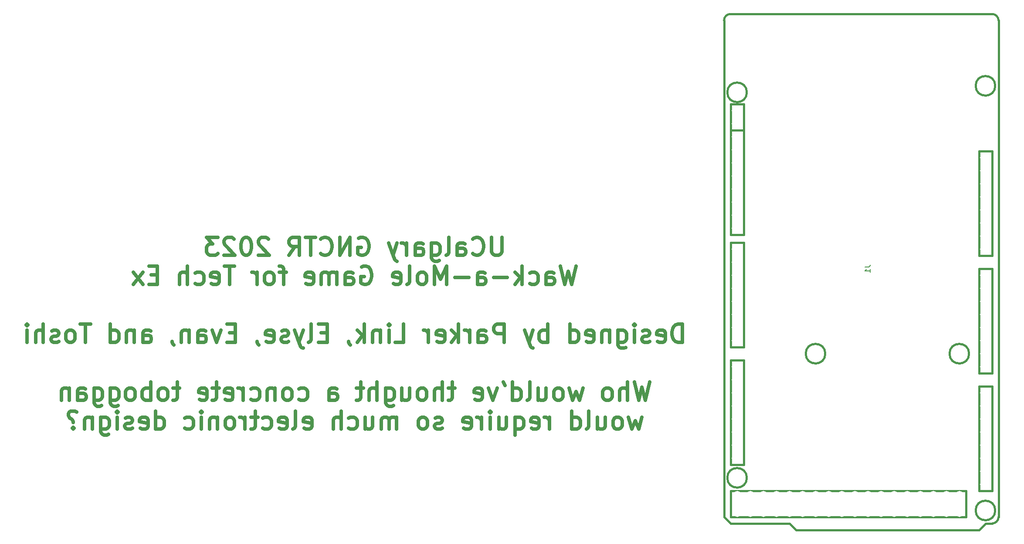
<source format=gbo>
%TF.GenerationSoftware,KiCad,Pcbnew,(6.0.9)*%
%TF.CreationDate,2022-11-08T23:38:06-07:00*%
%TF.ProjectId,gnctr-wack-a-mole-pcb,676e6374-722d-4776-9163-6b2d612d6d6f,rev?*%
%TF.SameCoordinates,Original*%
%TF.FileFunction,Legend,Bot*%
%TF.FilePolarity,Positive*%
%FSLAX46Y46*%
G04 Gerber Fmt 4.6, Leading zero omitted, Abs format (unit mm)*
G04 Created by KiCad (PCBNEW (6.0.9)) date 2022-11-08 23:38:06*
%MOMM*%
%LPD*%
G01*
G04 APERTURE LIST*
%ADD10C,0.700000*%
%ADD11C,0.203200*%
%ADD12C,0.381000*%
%ADD13O,2.197100X1.524000*%
%ADD14O,1.536700X1.998980*%
%ADD15O,1.539240X1.998980*%
%ADD16O,2.199640X1.524000*%
%ADD17C,3.197860*%
%ADD18C,2.000000*%
%ADD19R,3.000000X3.000000*%
%ADD20C,3.000000*%
%ADD21R,1.700000X1.700000*%
%ADD22O,1.700000X1.700000*%
%ADD23C,4.000000*%
%ADD24C,6.000000*%
%ADD25C,1.524000*%
G04 APERTURE END LIST*
D10*
X140978333Y-80873333D02*
X140978333Y-83706666D01*
X140811666Y-84040000D01*
X140645000Y-84206666D01*
X140311666Y-84373333D01*
X139645000Y-84373333D01*
X139311666Y-84206666D01*
X139145000Y-84040000D01*
X138978333Y-83706666D01*
X138978333Y-80873333D01*
X135311666Y-84040000D02*
X135478333Y-84206666D01*
X135978333Y-84373333D01*
X136311666Y-84373333D01*
X136811666Y-84206666D01*
X137145000Y-83873333D01*
X137311666Y-83540000D01*
X137478333Y-82873333D01*
X137478333Y-82373333D01*
X137311666Y-81706666D01*
X137145000Y-81373333D01*
X136811666Y-81040000D01*
X136311666Y-80873333D01*
X135978333Y-80873333D01*
X135478333Y-81040000D01*
X135311666Y-81206666D01*
X132311666Y-84373333D02*
X132311666Y-82540000D01*
X132478333Y-82206666D01*
X132811666Y-82040000D01*
X133478333Y-82040000D01*
X133811666Y-82206666D01*
X132311666Y-84206666D02*
X132645000Y-84373333D01*
X133478333Y-84373333D01*
X133811666Y-84206666D01*
X133978333Y-83873333D01*
X133978333Y-83540000D01*
X133811666Y-83206666D01*
X133478333Y-83040000D01*
X132645000Y-83040000D01*
X132311666Y-82873333D01*
X130145000Y-84373333D02*
X130478333Y-84206666D01*
X130645000Y-83873333D01*
X130645000Y-80873333D01*
X127311666Y-82040000D02*
X127311666Y-84873333D01*
X127478333Y-85206666D01*
X127645000Y-85373333D01*
X127978333Y-85540000D01*
X128478333Y-85540000D01*
X128811666Y-85373333D01*
X127311666Y-84206666D02*
X127645000Y-84373333D01*
X128311666Y-84373333D01*
X128645000Y-84206666D01*
X128811666Y-84040000D01*
X128978333Y-83706666D01*
X128978333Y-82706666D01*
X128811666Y-82373333D01*
X128645000Y-82206666D01*
X128311666Y-82040000D01*
X127645000Y-82040000D01*
X127311666Y-82206666D01*
X124145000Y-84373333D02*
X124145000Y-82540000D01*
X124311666Y-82206666D01*
X124645000Y-82040000D01*
X125311666Y-82040000D01*
X125645000Y-82206666D01*
X124145000Y-84206666D02*
X124478333Y-84373333D01*
X125311666Y-84373333D01*
X125645000Y-84206666D01*
X125811666Y-83873333D01*
X125811666Y-83540000D01*
X125645000Y-83206666D01*
X125311666Y-83040000D01*
X124478333Y-83040000D01*
X124145000Y-82873333D01*
X122478333Y-84373333D02*
X122478333Y-82040000D01*
X122478333Y-82706666D02*
X122311666Y-82373333D01*
X122145000Y-82206666D01*
X121811666Y-82040000D01*
X121478333Y-82040000D01*
X120645000Y-82040000D02*
X119811666Y-84373333D01*
X118978333Y-82040000D02*
X119811666Y-84373333D01*
X120145000Y-85206666D01*
X120311666Y-85373333D01*
X120645000Y-85540000D01*
X113145000Y-81040000D02*
X113478333Y-80873333D01*
X113978333Y-80873333D01*
X114478333Y-81040000D01*
X114811666Y-81373333D01*
X114978333Y-81706666D01*
X115145000Y-82373333D01*
X115145000Y-82873333D01*
X114978333Y-83540000D01*
X114811666Y-83873333D01*
X114478333Y-84206666D01*
X113978333Y-84373333D01*
X113645000Y-84373333D01*
X113145000Y-84206666D01*
X112978333Y-84040000D01*
X112978333Y-82873333D01*
X113645000Y-82873333D01*
X111478333Y-84373333D02*
X111478333Y-80873333D01*
X109478333Y-84373333D01*
X109478333Y-80873333D01*
X105811666Y-84040000D02*
X105978333Y-84206666D01*
X106478333Y-84373333D01*
X106811666Y-84373333D01*
X107311666Y-84206666D01*
X107645000Y-83873333D01*
X107811666Y-83540000D01*
X107978333Y-82873333D01*
X107978333Y-82373333D01*
X107811666Y-81706666D01*
X107645000Y-81373333D01*
X107311666Y-81040000D01*
X106811666Y-80873333D01*
X106478333Y-80873333D01*
X105978333Y-81040000D01*
X105811666Y-81206666D01*
X104811666Y-80873333D02*
X102811666Y-80873333D01*
X103811666Y-84373333D02*
X103811666Y-80873333D01*
X99645000Y-84373333D02*
X100811666Y-82706666D01*
X101645000Y-84373333D02*
X101645000Y-80873333D01*
X100311666Y-80873333D01*
X99978333Y-81040000D01*
X99811666Y-81206666D01*
X99645000Y-81540000D01*
X99645000Y-82040000D01*
X99811666Y-82373333D01*
X99978333Y-82540000D01*
X100311666Y-82706666D01*
X101645000Y-82706666D01*
X95645000Y-81206666D02*
X95478333Y-81040000D01*
X95145000Y-80873333D01*
X94311666Y-80873333D01*
X93978333Y-81040000D01*
X93811666Y-81206666D01*
X93645000Y-81540000D01*
X93645000Y-81873333D01*
X93811666Y-82373333D01*
X95811666Y-84373333D01*
X93645000Y-84373333D01*
X91478333Y-80873333D02*
X91145000Y-80873333D01*
X90811666Y-81040000D01*
X90645000Y-81206666D01*
X90478333Y-81540000D01*
X90311666Y-82206666D01*
X90311666Y-83040000D01*
X90478333Y-83706666D01*
X90645000Y-84040000D01*
X90811666Y-84206666D01*
X91145000Y-84373333D01*
X91478333Y-84373333D01*
X91811666Y-84206666D01*
X91978333Y-84040000D01*
X92145000Y-83706666D01*
X92311666Y-83040000D01*
X92311666Y-82206666D01*
X92145000Y-81540000D01*
X91978333Y-81206666D01*
X91811666Y-81040000D01*
X91478333Y-80873333D01*
X88978333Y-81206666D02*
X88811666Y-81040000D01*
X88478333Y-80873333D01*
X87645000Y-80873333D01*
X87311666Y-81040000D01*
X87145000Y-81206666D01*
X86978333Y-81540000D01*
X86978333Y-81873333D01*
X87145000Y-82373333D01*
X89145000Y-84373333D01*
X86978333Y-84373333D01*
X85811666Y-80873333D02*
X83645000Y-80873333D01*
X84811666Y-82206666D01*
X84311666Y-82206666D01*
X83978333Y-82373333D01*
X83811666Y-82540000D01*
X83645000Y-82873333D01*
X83645000Y-83706666D01*
X83811666Y-84040000D01*
X83978333Y-84206666D01*
X84311666Y-84373333D01*
X85311666Y-84373333D01*
X85645000Y-84206666D01*
X85811666Y-84040000D01*
X155395000Y-86508333D02*
X154561666Y-90008333D01*
X153895000Y-87508333D01*
X153228333Y-90008333D01*
X152395000Y-86508333D01*
X149561666Y-90008333D02*
X149561666Y-88175000D01*
X149728333Y-87841666D01*
X150061666Y-87675000D01*
X150728333Y-87675000D01*
X151061666Y-87841666D01*
X149561666Y-89841666D02*
X149895000Y-90008333D01*
X150728333Y-90008333D01*
X151061666Y-89841666D01*
X151228333Y-89508333D01*
X151228333Y-89175000D01*
X151061666Y-88841666D01*
X150728333Y-88675000D01*
X149895000Y-88675000D01*
X149561666Y-88508333D01*
X146395000Y-89841666D02*
X146728333Y-90008333D01*
X147395000Y-90008333D01*
X147728333Y-89841666D01*
X147895000Y-89675000D01*
X148061666Y-89341666D01*
X148061666Y-88341666D01*
X147895000Y-88008333D01*
X147728333Y-87841666D01*
X147395000Y-87675000D01*
X146728333Y-87675000D01*
X146395000Y-87841666D01*
X144895000Y-90008333D02*
X144895000Y-86508333D01*
X144561666Y-88675000D02*
X143561666Y-90008333D01*
X143561666Y-87675000D02*
X144895000Y-89008333D01*
X142061666Y-88675000D02*
X139395000Y-88675000D01*
X136228333Y-90008333D02*
X136228333Y-88175000D01*
X136395000Y-87841666D01*
X136728333Y-87675000D01*
X137395000Y-87675000D01*
X137728333Y-87841666D01*
X136228333Y-89841666D02*
X136561666Y-90008333D01*
X137395000Y-90008333D01*
X137728333Y-89841666D01*
X137895000Y-89508333D01*
X137895000Y-89175000D01*
X137728333Y-88841666D01*
X137395000Y-88675000D01*
X136561666Y-88675000D01*
X136228333Y-88508333D01*
X134561666Y-88675000D02*
X131895000Y-88675000D01*
X130228333Y-90008333D02*
X130228333Y-86508333D01*
X129061666Y-89008333D01*
X127895000Y-86508333D01*
X127895000Y-90008333D01*
X125728333Y-90008333D02*
X126061666Y-89841666D01*
X126228333Y-89675000D01*
X126395000Y-89341666D01*
X126395000Y-88341666D01*
X126228333Y-88008333D01*
X126061666Y-87841666D01*
X125728333Y-87675000D01*
X125228333Y-87675000D01*
X124895000Y-87841666D01*
X124728333Y-88008333D01*
X124561666Y-88341666D01*
X124561666Y-89341666D01*
X124728333Y-89675000D01*
X124895000Y-89841666D01*
X125228333Y-90008333D01*
X125728333Y-90008333D01*
X122561666Y-90008333D02*
X122895000Y-89841666D01*
X123061666Y-89508333D01*
X123061666Y-86508333D01*
X119895000Y-89841666D02*
X120228333Y-90008333D01*
X120895000Y-90008333D01*
X121228333Y-89841666D01*
X121395000Y-89508333D01*
X121395000Y-88175000D01*
X121228333Y-87841666D01*
X120895000Y-87675000D01*
X120228333Y-87675000D01*
X119895000Y-87841666D01*
X119728333Y-88175000D01*
X119728333Y-88508333D01*
X121395000Y-88841666D01*
X113728333Y-86675000D02*
X114061666Y-86508333D01*
X114561666Y-86508333D01*
X115061666Y-86675000D01*
X115395000Y-87008333D01*
X115561666Y-87341666D01*
X115728333Y-88008333D01*
X115728333Y-88508333D01*
X115561666Y-89175000D01*
X115395000Y-89508333D01*
X115061666Y-89841666D01*
X114561666Y-90008333D01*
X114228333Y-90008333D01*
X113728333Y-89841666D01*
X113561666Y-89675000D01*
X113561666Y-88508333D01*
X114228333Y-88508333D01*
X110561666Y-90008333D02*
X110561666Y-88175000D01*
X110728333Y-87841666D01*
X111061666Y-87675000D01*
X111728333Y-87675000D01*
X112061666Y-87841666D01*
X110561666Y-89841666D02*
X110895000Y-90008333D01*
X111728333Y-90008333D01*
X112061666Y-89841666D01*
X112228333Y-89508333D01*
X112228333Y-89175000D01*
X112061666Y-88841666D01*
X111728333Y-88675000D01*
X110895000Y-88675000D01*
X110561666Y-88508333D01*
X108895000Y-90008333D02*
X108895000Y-87675000D01*
X108895000Y-88008333D02*
X108728333Y-87841666D01*
X108395000Y-87675000D01*
X107895000Y-87675000D01*
X107561666Y-87841666D01*
X107395000Y-88175000D01*
X107395000Y-90008333D01*
X107395000Y-88175000D02*
X107228333Y-87841666D01*
X106895000Y-87675000D01*
X106395000Y-87675000D01*
X106061666Y-87841666D01*
X105895000Y-88175000D01*
X105895000Y-90008333D01*
X102895000Y-89841666D02*
X103228333Y-90008333D01*
X103895000Y-90008333D01*
X104228333Y-89841666D01*
X104395000Y-89508333D01*
X104395000Y-88175000D01*
X104228333Y-87841666D01*
X103895000Y-87675000D01*
X103228333Y-87675000D01*
X102895000Y-87841666D01*
X102728333Y-88175000D01*
X102728333Y-88508333D01*
X104395000Y-88841666D01*
X99061666Y-87675000D02*
X97728333Y-87675000D01*
X98561666Y-90008333D02*
X98561666Y-87008333D01*
X98395000Y-86675000D01*
X98061666Y-86508333D01*
X97728333Y-86508333D01*
X96061666Y-90008333D02*
X96395000Y-89841666D01*
X96561666Y-89675000D01*
X96728333Y-89341666D01*
X96728333Y-88341666D01*
X96561666Y-88008333D01*
X96395000Y-87841666D01*
X96061666Y-87675000D01*
X95561666Y-87675000D01*
X95228333Y-87841666D01*
X95061666Y-88008333D01*
X94895000Y-88341666D01*
X94895000Y-89341666D01*
X95061666Y-89675000D01*
X95228333Y-89841666D01*
X95561666Y-90008333D01*
X96061666Y-90008333D01*
X93395000Y-90008333D02*
X93395000Y-87675000D01*
X93395000Y-88341666D02*
X93228333Y-88008333D01*
X93061666Y-87841666D01*
X92728333Y-87675000D01*
X92395000Y-87675000D01*
X89061666Y-86508333D02*
X87061666Y-86508333D01*
X88061666Y-90008333D02*
X88061666Y-86508333D01*
X84561666Y-89841666D02*
X84895000Y-90008333D01*
X85561666Y-90008333D01*
X85895000Y-89841666D01*
X86061666Y-89508333D01*
X86061666Y-88175000D01*
X85895000Y-87841666D01*
X85561666Y-87675000D01*
X84895000Y-87675000D01*
X84561666Y-87841666D01*
X84395000Y-88175000D01*
X84395000Y-88508333D01*
X86061666Y-88841666D01*
X81395000Y-89841666D02*
X81728333Y-90008333D01*
X82395000Y-90008333D01*
X82728333Y-89841666D01*
X82895000Y-89675000D01*
X83061666Y-89341666D01*
X83061666Y-88341666D01*
X82895000Y-88008333D01*
X82728333Y-87841666D01*
X82395000Y-87675000D01*
X81728333Y-87675000D01*
X81395000Y-87841666D01*
X79895000Y-90008333D02*
X79895000Y-86508333D01*
X78395000Y-90008333D02*
X78395000Y-88175000D01*
X78561666Y-87841666D01*
X78895000Y-87675000D01*
X79395000Y-87675000D01*
X79728333Y-87841666D01*
X79895000Y-88008333D01*
X74061666Y-88175000D02*
X72895000Y-88175000D01*
X72395000Y-90008333D02*
X74061666Y-90008333D01*
X74061666Y-86508333D01*
X72395000Y-86508333D01*
X71228333Y-90008333D02*
X69395000Y-87675000D01*
X71228333Y-87675000D02*
X69395000Y-90008333D01*
X176061666Y-101278333D02*
X176061666Y-97778333D01*
X175228333Y-97778333D01*
X174728333Y-97945000D01*
X174395000Y-98278333D01*
X174228333Y-98611666D01*
X174061666Y-99278333D01*
X174061666Y-99778333D01*
X174228333Y-100445000D01*
X174395000Y-100778333D01*
X174728333Y-101111666D01*
X175228333Y-101278333D01*
X176061666Y-101278333D01*
X171228333Y-101111666D02*
X171561666Y-101278333D01*
X172228333Y-101278333D01*
X172561666Y-101111666D01*
X172728333Y-100778333D01*
X172728333Y-99445000D01*
X172561666Y-99111666D01*
X172228333Y-98945000D01*
X171561666Y-98945000D01*
X171228333Y-99111666D01*
X171061666Y-99445000D01*
X171061666Y-99778333D01*
X172728333Y-100111666D01*
X169728333Y-101111666D02*
X169395000Y-101278333D01*
X168728333Y-101278333D01*
X168395000Y-101111666D01*
X168228333Y-100778333D01*
X168228333Y-100611666D01*
X168395000Y-100278333D01*
X168728333Y-100111666D01*
X169228333Y-100111666D01*
X169561666Y-99945000D01*
X169728333Y-99611666D01*
X169728333Y-99445000D01*
X169561666Y-99111666D01*
X169228333Y-98945000D01*
X168728333Y-98945000D01*
X168395000Y-99111666D01*
X166728333Y-101278333D02*
X166728333Y-98945000D01*
X166728333Y-97778333D02*
X166895000Y-97945000D01*
X166728333Y-98111666D01*
X166561666Y-97945000D01*
X166728333Y-97778333D01*
X166728333Y-98111666D01*
X163561666Y-98945000D02*
X163561666Y-101778333D01*
X163728333Y-102111666D01*
X163895000Y-102278333D01*
X164228333Y-102445000D01*
X164728333Y-102445000D01*
X165061666Y-102278333D01*
X163561666Y-101111666D02*
X163895000Y-101278333D01*
X164561666Y-101278333D01*
X164895000Y-101111666D01*
X165061666Y-100945000D01*
X165228333Y-100611666D01*
X165228333Y-99611666D01*
X165061666Y-99278333D01*
X164895000Y-99111666D01*
X164561666Y-98945000D01*
X163895000Y-98945000D01*
X163561666Y-99111666D01*
X161895000Y-98945000D02*
X161895000Y-101278333D01*
X161895000Y-99278333D02*
X161728333Y-99111666D01*
X161395000Y-98945000D01*
X160895000Y-98945000D01*
X160561666Y-99111666D01*
X160395000Y-99445000D01*
X160395000Y-101278333D01*
X157394999Y-101111666D02*
X157728333Y-101278333D01*
X158394999Y-101278333D01*
X158728333Y-101111666D01*
X158894999Y-100778333D01*
X158894999Y-99445000D01*
X158728333Y-99111666D01*
X158394999Y-98945000D01*
X157728333Y-98945000D01*
X157394999Y-99111666D01*
X157228333Y-99445000D01*
X157228333Y-99778333D01*
X158894999Y-100111666D01*
X154228333Y-101278333D02*
X154228333Y-97778333D01*
X154228333Y-101111666D02*
X154561666Y-101278333D01*
X155228333Y-101278333D01*
X155561666Y-101111666D01*
X155728333Y-100945000D01*
X155894999Y-100611666D01*
X155894999Y-99611666D01*
X155728333Y-99278333D01*
X155561666Y-99111666D01*
X155228333Y-98945000D01*
X154561666Y-98945000D01*
X154228333Y-99111666D01*
X149894999Y-101278333D02*
X149894999Y-97778333D01*
X149894999Y-99111666D02*
X149561666Y-98945000D01*
X148894999Y-98945000D01*
X148561666Y-99111666D01*
X148394999Y-99278333D01*
X148228333Y-99611666D01*
X148228333Y-100611666D01*
X148394999Y-100945000D01*
X148561666Y-101111666D01*
X148894999Y-101278333D01*
X149561666Y-101278333D01*
X149894999Y-101111666D01*
X147061666Y-98945000D02*
X146228333Y-101278333D01*
X145394999Y-98945000D02*
X146228333Y-101278333D01*
X146561666Y-102111666D01*
X146728333Y-102278333D01*
X147061666Y-102445000D01*
X141394999Y-101278333D02*
X141394999Y-97778333D01*
X140061666Y-97778333D01*
X139728333Y-97945000D01*
X139561666Y-98111666D01*
X139394999Y-98445000D01*
X139394999Y-98945000D01*
X139561666Y-99278333D01*
X139728333Y-99445000D01*
X140061666Y-99611666D01*
X141394999Y-99611666D01*
X136394999Y-101278333D02*
X136394999Y-99445000D01*
X136561666Y-99111666D01*
X136894999Y-98945000D01*
X137561666Y-98945000D01*
X137894999Y-99111666D01*
X136394999Y-101111666D02*
X136728333Y-101278333D01*
X137561666Y-101278333D01*
X137894999Y-101111666D01*
X138061666Y-100778333D01*
X138061666Y-100445000D01*
X137894999Y-100111666D01*
X137561666Y-99945000D01*
X136728333Y-99945000D01*
X136394999Y-99778333D01*
X134728333Y-101278333D02*
X134728333Y-98945000D01*
X134728333Y-99611666D02*
X134561666Y-99278333D01*
X134394999Y-99111666D01*
X134061666Y-98945000D01*
X133728333Y-98945000D01*
X132561666Y-101278333D02*
X132561666Y-97778333D01*
X132228333Y-99945000D02*
X131228333Y-101278333D01*
X131228333Y-98945000D02*
X132561666Y-100278333D01*
X128394999Y-101111666D02*
X128728333Y-101278333D01*
X129394999Y-101278333D01*
X129728333Y-101111666D01*
X129894999Y-100778333D01*
X129894999Y-99445000D01*
X129728333Y-99111666D01*
X129394999Y-98945000D01*
X128728333Y-98945000D01*
X128394999Y-99111666D01*
X128228333Y-99445000D01*
X128228333Y-99778333D01*
X129894999Y-100111666D01*
X126728333Y-101278333D02*
X126728333Y-98945000D01*
X126728333Y-99611666D02*
X126561666Y-99278333D01*
X126394999Y-99111666D01*
X126061666Y-98945000D01*
X125728333Y-98945000D01*
X120228333Y-101278333D02*
X121894999Y-101278333D01*
X121894999Y-97778333D01*
X119061666Y-101278333D02*
X119061666Y-98945000D01*
X119061666Y-97778333D02*
X119228333Y-97945000D01*
X119061666Y-98111666D01*
X118894999Y-97945000D01*
X119061666Y-97778333D01*
X119061666Y-98111666D01*
X117394999Y-98945000D02*
X117394999Y-101278333D01*
X117394999Y-99278333D02*
X117228333Y-99111666D01*
X116894999Y-98945000D01*
X116394999Y-98945000D01*
X116061666Y-99111666D01*
X115894999Y-99445000D01*
X115894999Y-101278333D01*
X114228333Y-101278333D02*
X114228333Y-97778333D01*
X113894999Y-99945000D02*
X112894999Y-101278333D01*
X112894999Y-98945000D02*
X114228333Y-100278333D01*
X111228333Y-101111666D02*
X111228333Y-101278333D01*
X111394999Y-101611666D01*
X111561666Y-101778333D01*
X107061666Y-99445000D02*
X105894999Y-99445000D01*
X105394999Y-101278333D02*
X107061666Y-101278333D01*
X107061666Y-97778333D01*
X105394999Y-97778333D01*
X103394999Y-101278333D02*
X103728333Y-101111666D01*
X103894999Y-100778333D01*
X103894999Y-97778333D01*
X102394999Y-98945000D02*
X101561666Y-101278333D01*
X100728333Y-98945000D02*
X101561666Y-101278333D01*
X101894999Y-102111666D01*
X102061666Y-102278333D01*
X102394999Y-102445000D01*
X99561666Y-101111666D02*
X99228333Y-101278333D01*
X98561666Y-101278333D01*
X98228333Y-101111666D01*
X98061666Y-100778333D01*
X98061666Y-100611666D01*
X98228333Y-100278333D01*
X98561666Y-100111666D01*
X99061666Y-100111666D01*
X99394999Y-99945000D01*
X99561666Y-99611666D01*
X99561666Y-99445000D01*
X99394999Y-99111666D01*
X99061666Y-98945000D01*
X98561666Y-98945000D01*
X98228333Y-99111666D01*
X95228333Y-101111666D02*
X95561666Y-101278333D01*
X96228333Y-101278333D01*
X96561666Y-101111666D01*
X96728333Y-100778333D01*
X96728333Y-99445000D01*
X96561666Y-99111666D01*
X96228333Y-98945000D01*
X95561666Y-98945000D01*
X95228333Y-99111666D01*
X95061666Y-99445000D01*
X95061666Y-99778333D01*
X96728333Y-100111666D01*
X93394999Y-101111666D02*
X93394999Y-101278333D01*
X93561666Y-101611666D01*
X93728333Y-101778333D01*
X89228333Y-99445000D02*
X88061666Y-99445000D01*
X87561666Y-101278333D02*
X89228333Y-101278333D01*
X89228333Y-97778333D01*
X87561666Y-97778333D01*
X86394999Y-98945000D02*
X85561666Y-101278333D01*
X84728333Y-98945000D01*
X81894999Y-101278333D02*
X81894999Y-99445000D01*
X82061666Y-99111666D01*
X82394999Y-98945000D01*
X83061666Y-98945000D01*
X83394999Y-99111666D01*
X81894999Y-101111666D02*
X82228333Y-101278333D01*
X83061666Y-101278333D01*
X83394999Y-101111666D01*
X83561666Y-100778333D01*
X83561666Y-100445000D01*
X83394999Y-100111666D01*
X83061666Y-99945000D01*
X82228333Y-99945000D01*
X81894999Y-99778333D01*
X80228333Y-98945000D02*
X80228333Y-101278333D01*
X80228333Y-99278333D02*
X80061666Y-99111666D01*
X79728333Y-98945000D01*
X79228333Y-98945000D01*
X78894999Y-99111666D01*
X78728333Y-99445000D01*
X78728333Y-101278333D01*
X76894999Y-101111666D02*
X76894999Y-101278333D01*
X77061666Y-101611666D01*
X77228333Y-101778333D01*
X71228333Y-101278333D02*
X71228333Y-99445000D01*
X71394999Y-99111666D01*
X71728333Y-98945000D01*
X72394999Y-98945000D01*
X72728333Y-99111666D01*
X71228333Y-101111666D02*
X71561666Y-101278333D01*
X72394999Y-101278333D01*
X72728333Y-101111666D01*
X72894999Y-100778333D01*
X72894999Y-100445000D01*
X72728333Y-100111666D01*
X72394999Y-99945000D01*
X71561666Y-99945000D01*
X71228333Y-99778333D01*
X69561666Y-98945000D02*
X69561666Y-101278333D01*
X69561666Y-99278333D02*
X69394999Y-99111666D01*
X69061666Y-98945000D01*
X68561666Y-98945000D01*
X68228333Y-99111666D01*
X68061666Y-99445000D01*
X68061666Y-101278333D01*
X64894999Y-101278333D02*
X64894999Y-97778333D01*
X64894999Y-101111666D02*
X65228333Y-101278333D01*
X65894999Y-101278333D01*
X66228333Y-101111666D01*
X66394999Y-100945000D01*
X66561666Y-100611666D01*
X66561666Y-99611666D01*
X66394999Y-99278333D01*
X66228333Y-99111666D01*
X65894999Y-98945000D01*
X65228333Y-98945000D01*
X64894999Y-99111666D01*
X61061666Y-97778333D02*
X59061666Y-97778333D01*
X60061666Y-101278333D02*
X60061666Y-97778333D01*
X57394999Y-101278333D02*
X57728333Y-101111666D01*
X57894999Y-100945000D01*
X58061666Y-100611666D01*
X58061666Y-99611666D01*
X57894999Y-99278333D01*
X57728333Y-99111666D01*
X57394999Y-98945000D01*
X56894999Y-98945000D01*
X56561666Y-99111666D01*
X56394999Y-99278333D01*
X56228333Y-99611666D01*
X56228333Y-100611666D01*
X56394999Y-100945000D01*
X56561666Y-101111666D01*
X56894999Y-101278333D01*
X57394999Y-101278333D01*
X54894999Y-101111666D02*
X54561666Y-101278333D01*
X53894999Y-101278333D01*
X53561666Y-101111666D01*
X53394999Y-100778333D01*
X53394999Y-100611666D01*
X53561666Y-100278333D01*
X53894999Y-100111666D01*
X54394999Y-100111666D01*
X54728333Y-99945000D01*
X54894999Y-99611666D01*
X54894999Y-99445000D01*
X54728333Y-99111666D01*
X54394999Y-98945000D01*
X53894999Y-98945000D01*
X53561666Y-99111666D01*
X51894999Y-101278333D02*
X51894999Y-97778333D01*
X50394999Y-101278333D02*
X50394999Y-99445000D01*
X50561666Y-99111666D01*
X50894999Y-98945000D01*
X51394999Y-98945000D01*
X51728333Y-99111666D01*
X51894999Y-99278333D01*
X48728333Y-101278333D02*
X48728333Y-98945000D01*
X48728333Y-97778333D02*
X48894999Y-97945000D01*
X48728333Y-98111666D01*
X48561666Y-97945000D01*
X48728333Y-97778333D01*
X48728333Y-98111666D01*
X169728333Y-109048333D02*
X168895000Y-112548333D01*
X168228333Y-110048333D01*
X167561666Y-112548333D01*
X166728333Y-109048333D01*
X165395000Y-112548333D02*
X165395000Y-109048333D01*
X163895000Y-112548333D02*
X163895000Y-110715000D01*
X164061666Y-110381666D01*
X164395000Y-110215000D01*
X164895000Y-110215000D01*
X165228333Y-110381666D01*
X165395000Y-110548333D01*
X161728333Y-112548333D02*
X162061666Y-112381666D01*
X162228333Y-112215000D01*
X162395000Y-111881666D01*
X162395000Y-110881666D01*
X162228333Y-110548333D01*
X162061666Y-110381666D01*
X161728333Y-110215000D01*
X161228333Y-110215000D01*
X160895000Y-110381666D01*
X160728333Y-110548333D01*
X160561666Y-110881666D01*
X160561666Y-111881666D01*
X160728333Y-112215000D01*
X160895000Y-112381666D01*
X161228333Y-112548333D01*
X161728333Y-112548333D01*
X156728333Y-110215000D02*
X156061666Y-112548333D01*
X155395000Y-110881666D01*
X154728333Y-112548333D01*
X154061666Y-110215000D01*
X152228333Y-112548333D02*
X152561666Y-112381666D01*
X152728333Y-112215000D01*
X152895000Y-111881666D01*
X152895000Y-110881666D01*
X152728333Y-110548333D01*
X152561666Y-110381666D01*
X152228333Y-110215000D01*
X151728333Y-110215000D01*
X151395000Y-110381666D01*
X151228333Y-110548333D01*
X151061666Y-110881666D01*
X151061666Y-111881666D01*
X151228333Y-112215000D01*
X151395000Y-112381666D01*
X151728333Y-112548333D01*
X152228333Y-112548333D01*
X148061666Y-110215000D02*
X148061666Y-112548333D01*
X149561666Y-110215000D02*
X149561666Y-112048333D01*
X149395000Y-112381666D01*
X149061666Y-112548333D01*
X148561666Y-112548333D01*
X148228333Y-112381666D01*
X148061666Y-112215000D01*
X145895000Y-112548333D02*
X146228333Y-112381666D01*
X146395000Y-112048333D01*
X146395000Y-109048333D01*
X143061666Y-112548333D02*
X143061666Y-109048333D01*
X143061666Y-112381666D02*
X143395000Y-112548333D01*
X144061666Y-112548333D01*
X144395000Y-112381666D01*
X144561666Y-112215000D01*
X144728333Y-111881666D01*
X144728333Y-110881666D01*
X144561666Y-110548333D01*
X144395000Y-110381666D01*
X144061666Y-110215000D01*
X143395000Y-110215000D01*
X143061666Y-110381666D01*
X141228333Y-109048333D02*
X141561666Y-109715000D01*
X140061666Y-110215000D02*
X139228333Y-112548333D01*
X138394999Y-110215000D01*
X135728333Y-112381666D02*
X136061666Y-112548333D01*
X136728333Y-112548333D01*
X137061666Y-112381666D01*
X137228333Y-112048333D01*
X137228333Y-110715000D01*
X137061666Y-110381666D01*
X136728333Y-110215000D01*
X136061666Y-110215000D01*
X135728333Y-110381666D01*
X135561666Y-110715000D01*
X135561666Y-111048333D01*
X137228333Y-111381666D01*
X131894999Y-110215000D02*
X130561666Y-110215000D01*
X131394999Y-109048333D02*
X131394999Y-112048333D01*
X131228333Y-112381666D01*
X130894999Y-112548333D01*
X130561666Y-112548333D01*
X129394999Y-112548333D02*
X129394999Y-109048333D01*
X127894999Y-112548333D02*
X127894999Y-110715000D01*
X128061666Y-110381666D01*
X128394999Y-110215000D01*
X128894999Y-110215000D01*
X129228333Y-110381666D01*
X129394999Y-110548333D01*
X125728333Y-112548333D02*
X126061666Y-112381666D01*
X126228333Y-112215000D01*
X126394999Y-111881666D01*
X126394999Y-110881666D01*
X126228333Y-110548333D01*
X126061666Y-110381666D01*
X125728333Y-110215000D01*
X125228333Y-110215000D01*
X124894999Y-110381666D01*
X124728333Y-110548333D01*
X124561666Y-110881666D01*
X124561666Y-111881666D01*
X124728333Y-112215000D01*
X124894999Y-112381666D01*
X125228333Y-112548333D01*
X125728333Y-112548333D01*
X121561666Y-110215000D02*
X121561666Y-112548333D01*
X123061666Y-110215000D02*
X123061666Y-112048333D01*
X122894999Y-112381666D01*
X122561666Y-112548333D01*
X122061666Y-112548333D01*
X121728333Y-112381666D01*
X121561666Y-112215000D01*
X118394999Y-110215000D02*
X118394999Y-113048333D01*
X118561666Y-113381666D01*
X118728333Y-113548333D01*
X119061666Y-113715000D01*
X119561666Y-113715000D01*
X119894999Y-113548333D01*
X118394999Y-112381666D02*
X118728333Y-112548333D01*
X119394999Y-112548333D01*
X119728333Y-112381666D01*
X119894999Y-112215000D01*
X120061666Y-111881666D01*
X120061666Y-110881666D01*
X119894999Y-110548333D01*
X119728333Y-110381666D01*
X119394999Y-110215000D01*
X118728333Y-110215000D01*
X118394999Y-110381666D01*
X116728333Y-112548333D02*
X116728333Y-109048333D01*
X115228333Y-112548333D02*
X115228333Y-110715000D01*
X115394999Y-110381666D01*
X115728333Y-110215000D01*
X116228333Y-110215000D01*
X116561666Y-110381666D01*
X116728333Y-110548333D01*
X114061666Y-110215000D02*
X112728333Y-110215000D01*
X113561666Y-109048333D02*
X113561666Y-112048333D01*
X113394999Y-112381666D01*
X113061666Y-112548333D01*
X112728333Y-112548333D01*
X107394999Y-112548333D02*
X107394999Y-110715000D01*
X107561666Y-110381666D01*
X107894999Y-110215000D01*
X108561666Y-110215000D01*
X108894999Y-110381666D01*
X107394999Y-112381666D02*
X107728333Y-112548333D01*
X108561666Y-112548333D01*
X108894999Y-112381666D01*
X109061666Y-112048333D01*
X109061666Y-111715000D01*
X108894999Y-111381666D01*
X108561666Y-111215000D01*
X107728333Y-111215000D01*
X107394999Y-111048333D01*
X101561666Y-112381666D02*
X101894999Y-112548333D01*
X102561666Y-112548333D01*
X102894999Y-112381666D01*
X103061666Y-112215000D01*
X103228333Y-111881666D01*
X103228333Y-110881666D01*
X103061666Y-110548333D01*
X102894999Y-110381666D01*
X102561666Y-110215000D01*
X101894999Y-110215000D01*
X101561666Y-110381666D01*
X99561666Y-112548333D02*
X99894999Y-112381666D01*
X100061666Y-112215000D01*
X100228333Y-111881666D01*
X100228333Y-110881666D01*
X100061666Y-110548333D01*
X99894999Y-110381666D01*
X99561666Y-110215000D01*
X99061666Y-110215000D01*
X98728333Y-110381666D01*
X98561666Y-110548333D01*
X98394999Y-110881666D01*
X98394999Y-111881666D01*
X98561666Y-112215000D01*
X98728333Y-112381666D01*
X99061666Y-112548333D01*
X99561666Y-112548333D01*
X96894999Y-110215000D02*
X96894999Y-112548333D01*
X96894999Y-110548333D02*
X96728333Y-110381666D01*
X96394999Y-110215000D01*
X95894999Y-110215000D01*
X95561666Y-110381666D01*
X95394999Y-110715000D01*
X95394999Y-112548333D01*
X92228333Y-112381666D02*
X92561666Y-112548333D01*
X93228333Y-112548333D01*
X93561666Y-112381666D01*
X93728333Y-112215000D01*
X93894999Y-111881666D01*
X93894999Y-110881666D01*
X93728333Y-110548333D01*
X93561666Y-110381666D01*
X93228333Y-110215000D01*
X92561666Y-110215000D01*
X92228333Y-110381666D01*
X90728333Y-112548333D02*
X90728333Y-110215000D01*
X90728333Y-110881666D02*
X90561666Y-110548333D01*
X90394999Y-110381666D01*
X90061666Y-110215000D01*
X89728333Y-110215000D01*
X87228333Y-112381666D02*
X87561666Y-112548333D01*
X88228333Y-112548333D01*
X88561666Y-112381666D01*
X88728333Y-112048333D01*
X88728333Y-110715000D01*
X88561666Y-110381666D01*
X88228333Y-110215000D01*
X87561666Y-110215000D01*
X87228333Y-110381666D01*
X87061666Y-110715000D01*
X87061666Y-111048333D01*
X88728333Y-111381666D01*
X86061666Y-110215000D02*
X84728333Y-110215000D01*
X85561666Y-109048333D02*
X85561666Y-112048333D01*
X85394999Y-112381666D01*
X85061666Y-112548333D01*
X84728333Y-112548333D01*
X82228333Y-112381666D02*
X82561666Y-112548333D01*
X83228333Y-112548333D01*
X83561666Y-112381666D01*
X83728333Y-112048333D01*
X83728333Y-110715000D01*
X83561666Y-110381666D01*
X83228333Y-110215000D01*
X82561666Y-110215000D01*
X82228333Y-110381666D01*
X82061666Y-110715000D01*
X82061666Y-111048333D01*
X83728333Y-111381666D01*
X78394999Y-110215000D02*
X77061666Y-110215000D01*
X77894999Y-109048333D02*
X77894999Y-112048333D01*
X77728333Y-112381666D01*
X77394999Y-112548333D01*
X77061666Y-112548333D01*
X75394999Y-112548333D02*
X75728333Y-112381666D01*
X75894999Y-112215000D01*
X76061666Y-111881666D01*
X76061666Y-110881666D01*
X75894999Y-110548333D01*
X75728333Y-110381666D01*
X75394999Y-110215000D01*
X74894999Y-110215000D01*
X74561666Y-110381666D01*
X74394999Y-110548333D01*
X74228333Y-110881666D01*
X74228333Y-111881666D01*
X74394999Y-112215000D01*
X74561666Y-112381666D01*
X74894999Y-112548333D01*
X75394999Y-112548333D01*
X72728333Y-112548333D02*
X72728333Y-109048333D01*
X72728333Y-110381666D02*
X72394999Y-110215000D01*
X71728333Y-110215000D01*
X71394999Y-110381666D01*
X71228333Y-110548333D01*
X71061666Y-110881666D01*
X71061666Y-111881666D01*
X71228333Y-112215000D01*
X71394999Y-112381666D01*
X71728333Y-112548333D01*
X72394999Y-112548333D01*
X72728333Y-112381666D01*
X69061666Y-112548333D02*
X69394999Y-112381666D01*
X69561666Y-112215000D01*
X69728333Y-111881666D01*
X69728333Y-110881666D01*
X69561666Y-110548333D01*
X69394999Y-110381666D01*
X69061666Y-110215000D01*
X68561666Y-110215000D01*
X68228333Y-110381666D01*
X68061666Y-110548333D01*
X67894999Y-110881666D01*
X67894999Y-111881666D01*
X68061666Y-112215000D01*
X68228333Y-112381666D01*
X68561666Y-112548333D01*
X69061666Y-112548333D01*
X64894999Y-110215000D02*
X64894999Y-113048333D01*
X65061666Y-113381666D01*
X65228333Y-113548333D01*
X65561666Y-113715000D01*
X66061666Y-113715000D01*
X66394999Y-113548333D01*
X64894999Y-112381666D02*
X65228333Y-112548333D01*
X65894999Y-112548333D01*
X66228333Y-112381666D01*
X66394999Y-112215000D01*
X66561666Y-111881666D01*
X66561666Y-110881666D01*
X66394999Y-110548333D01*
X66228333Y-110381666D01*
X65894999Y-110215000D01*
X65228333Y-110215000D01*
X64894999Y-110381666D01*
X61728333Y-110215000D02*
X61728333Y-113048333D01*
X61894999Y-113381666D01*
X62061666Y-113548333D01*
X62394999Y-113715000D01*
X62894999Y-113715000D01*
X63228333Y-113548333D01*
X61728333Y-112381666D02*
X62061666Y-112548333D01*
X62728333Y-112548333D01*
X63061666Y-112381666D01*
X63228333Y-112215000D01*
X63394999Y-111881666D01*
X63394999Y-110881666D01*
X63228333Y-110548333D01*
X63061666Y-110381666D01*
X62728333Y-110215000D01*
X62061666Y-110215000D01*
X61728333Y-110381666D01*
X58561666Y-112548333D02*
X58561666Y-110715000D01*
X58728333Y-110381666D01*
X59061666Y-110215000D01*
X59728333Y-110215000D01*
X60061666Y-110381666D01*
X58561666Y-112381666D02*
X58894999Y-112548333D01*
X59728333Y-112548333D01*
X60061666Y-112381666D01*
X60228333Y-112048333D01*
X60228333Y-111715000D01*
X60061666Y-111381666D01*
X59728333Y-111215000D01*
X58894999Y-111215000D01*
X58561666Y-111048333D01*
X56894999Y-110215000D02*
X56894999Y-112548333D01*
X56894999Y-110548333D02*
X56728333Y-110381666D01*
X56394999Y-110215000D01*
X55894999Y-110215000D01*
X55561666Y-110381666D01*
X55394999Y-110715000D01*
X55394999Y-112548333D01*
X168228333Y-115850000D02*
X167561666Y-118183333D01*
X166895000Y-116516666D01*
X166228333Y-118183333D01*
X165561666Y-115850000D01*
X163728333Y-118183333D02*
X164061666Y-118016666D01*
X164228333Y-117850000D01*
X164395000Y-117516666D01*
X164395000Y-116516666D01*
X164228333Y-116183333D01*
X164061666Y-116016666D01*
X163728333Y-115850000D01*
X163228333Y-115850000D01*
X162895000Y-116016666D01*
X162728333Y-116183333D01*
X162561666Y-116516666D01*
X162561666Y-117516666D01*
X162728333Y-117850000D01*
X162895000Y-118016666D01*
X163228333Y-118183333D01*
X163728333Y-118183333D01*
X159561666Y-115850000D02*
X159561666Y-118183333D01*
X161061666Y-115850000D02*
X161061666Y-117683333D01*
X160895000Y-118016666D01*
X160561666Y-118183333D01*
X160061666Y-118183333D01*
X159728333Y-118016666D01*
X159561666Y-117850000D01*
X157395000Y-118183333D02*
X157728333Y-118016666D01*
X157895000Y-117683333D01*
X157895000Y-114683333D01*
X154561666Y-118183333D02*
X154561666Y-114683333D01*
X154561666Y-118016666D02*
X154895000Y-118183333D01*
X155561666Y-118183333D01*
X155895000Y-118016666D01*
X156061666Y-117850000D01*
X156228333Y-117516666D01*
X156228333Y-116516666D01*
X156061666Y-116183333D01*
X155895000Y-116016666D01*
X155561666Y-115850000D01*
X154895000Y-115850000D01*
X154561666Y-116016666D01*
X150228333Y-118183333D02*
X150228333Y-115850000D01*
X150228333Y-116516666D02*
X150061666Y-116183333D01*
X149895000Y-116016666D01*
X149561666Y-115850000D01*
X149228333Y-115850000D01*
X146728333Y-118016666D02*
X147061666Y-118183333D01*
X147728333Y-118183333D01*
X148061666Y-118016666D01*
X148228333Y-117683333D01*
X148228333Y-116350000D01*
X148061666Y-116016666D01*
X147728333Y-115850000D01*
X147061666Y-115850000D01*
X146728333Y-116016666D01*
X146561666Y-116350000D01*
X146561666Y-116683333D01*
X148228333Y-117016666D01*
X143561666Y-115850000D02*
X143561666Y-119350000D01*
X143561666Y-118016666D02*
X143895000Y-118183333D01*
X144561666Y-118183333D01*
X144895000Y-118016666D01*
X145061666Y-117850000D01*
X145228333Y-117516666D01*
X145228333Y-116516666D01*
X145061666Y-116183333D01*
X144895000Y-116016666D01*
X144561666Y-115850000D01*
X143895000Y-115850000D01*
X143561666Y-116016666D01*
X140395000Y-115850000D02*
X140395000Y-118183333D01*
X141895000Y-115850000D02*
X141895000Y-117683333D01*
X141728333Y-118016666D01*
X141395000Y-118183333D01*
X140895000Y-118183333D01*
X140561666Y-118016666D01*
X140395000Y-117850000D01*
X138728333Y-118183333D02*
X138728333Y-115850000D01*
X138728333Y-114683333D02*
X138894999Y-114850000D01*
X138728333Y-115016666D01*
X138561666Y-114850000D01*
X138728333Y-114683333D01*
X138728333Y-115016666D01*
X137061666Y-118183333D02*
X137061666Y-115850000D01*
X137061666Y-116516666D02*
X136894999Y-116183333D01*
X136728333Y-116016666D01*
X136394999Y-115850000D01*
X136061666Y-115850000D01*
X133561666Y-118016666D02*
X133894999Y-118183333D01*
X134561666Y-118183333D01*
X134894999Y-118016666D01*
X135061666Y-117683333D01*
X135061666Y-116350000D01*
X134894999Y-116016666D01*
X134561666Y-115850000D01*
X133894999Y-115850000D01*
X133561666Y-116016666D01*
X133394999Y-116350000D01*
X133394999Y-116683333D01*
X135061666Y-117016666D01*
X129394999Y-118016666D02*
X129061666Y-118183333D01*
X128394999Y-118183333D01*
X128061666Y-118016666D01*
X127894999Y-117683333D01*
X127894999Y-117516666D01*
X128061666Y-117183333D01*
X128394999Y-117016666D01*
X128894999Y-117016666D01*
X129228333Y-116850000D01*
X129394999Y-116516666D01*
X129394999Y-116350000D01*
X129228333Y-116016666D01*
X128894999Y-115850000D01*
X128394999Y-115850000D01*
X128061666Y-116016666D01*
X125894999Y-118183333D02*
X126228333Y-118016666D01*
X126394999Y-117850000D01*
X126561666Y-117516666D01*
X126561666Y-116516666D01*
X126394999Y-116183333D01*
X126228333Y-116016666D01*
X125894999Y-115850000D01*
X125394999Y-115850000D01*
X125061666Y-116016666D01*
X124894999Y-116183333D01*
X124728333Y-116516666D01*
X124728333Y-117516666D01*
X124894999Y-117850000D01*
X125061666Y-118016666D01*
X125394999Y-118183333D01*
X125894999Y-118183333D01*
X120561666Y-118183333D02*
X120561666Y-115850000D01*
X120561666Y-116183333D02*
X120394999Y-116016666D01*
X120061666Y-115850000D01*
X119561666Y-115850000D01*
X119228333Y-116016666D01*
X119061666Y-116350000D01*
X119061666Y-118183333D01*
X119061666Y-116350000D02*
X118894999Y-116016666D01*
X118561666Y-115850000D01*
X118061666Y-115850000D01*
X117728333Y-116016666D01*
X117561666Y-116350000D01*
X117561666Y-118183333D01*
X114394999Y-115850000D02*
X114394999Y-118183333D01*
X115894999Y-115850000D02*
X115894999Y-117683333D01*
X115728333Y-118016666D01*
X115394999Y-118183333D01*
X114894999Y-118183333D01*
X114561666Y-118016666D01*
X114394999Y-117850000D01*
X111228333Y-118016666D02*
X111561666Y-118183333D01*
X112228333Y-118183333D01*
X112561666Y-118016666D01*
X112728333Y-117850000D01*
X112894999Y-117516666D01*
X112894999Y-116516666D01*
X112728333Y-116183333D01*
X112561666Y-116016666D01*
X112228333Y-115850000D01*
X111561666Y-115850000D01*
X111228333Y-116016666D01*
X109728333Y-118183333D02*
X109728333Y-114683333D01*
X108228333Y-118183333D02*
X108228333Y-116350000D01*
X108394999Y-116016666D01*
X108728333Y-115850000D01*
X109228333Y-115850000D01*
X109561666Y-116016666D01*
X109728333Y-116183333D01*
X102561666Y-118016666D02*
X102894999Y-118183333D01*
X103561666Y-118183333D01*
X103894999Y-118016666D01*
X104061666Y-117683333D01*
X104061666Y-116350000D01*
X103894999Y-116016666D01*
X103561666Y-115850000D01*
X102894999Y-115850000D01*
X102561666Y-116016666D01*
X102394999Y-116350000D01*
X102394999Y-116683333D01*
X104061666Y-117016666D01*
X100394999Y-118183333D02*
X100728333Y-118016666D01*
X100894999Y-117683333D01*
X100894999Y-114683333D01*
X97728333Y-118016666D02*
X98061666Y-118183333D01*
X98728333Y-118183333D01*
X99061666Y-118016666D01*
X99228333Y-117683333D01*
X99228333Y-116350000D01*
X99061666Y-116016666D01*
X98728333Y-115850000D01*
X98061666Y-115850000D01*
X97728333Y-116016666D01*
X97561666Y-116350000D01*
X97561666Y-116683333D01*
X99228333Y-117016666D01*
X94561666Y-118016666D02*
X94894999Y-118183333D01*
X95561666Y-118183333D01*
X95894999Y-118016666D01*
X96061666Y-117850000D01*
X96228333Y-117516666D01*
X96228333Y-116516666D01*
X96061666Y-116183333D01*
X95894999Y-116016666D01*
X95561666Y-115850000D01*
X94894999Y-115850000D01*
X94561666Y-116016666D01*
X93561666Y-115850000D02*
X92228333Y-115850000D01*
X93061666Y-114683333D02*
X93061666Y-117683333D01*
X92894999Y-118016666D01*
X92561666Y-118183333D01*
X92228333Y-118183333D01*
X91061666Y-118183333D02*
X91061666Y-115850000D01*
X91061666Y-116516666D02*
X90894999Y-116183333D01*
X90728333Y-116016666D01*
X90394999Y-115850000D01*
X90061666Y-115850000D01*
X88394999Y-118183333D02*
X88728333Y-118016666D01*
X88894999Y-117850000D01*
X89061666Y-117516666D01*
X89061666Y-116516666D01*
X88894999Y-116183333D01*
X88728333Y-116016666D01*
X88394999Y-115850000D01*
X87894999Y-115850000D01*
X87561666Y-116016666D01*
X87394999Y-116183333D01*
X87228333Y-116516666D01*
X87228333Y-117516666D01*
X87394999Y-117850000D01*
X87561666Y-118016666D01*
X87894999Y-118183333D01*
X88394999Y-118183333D01*
X85728333Y-115850000D02*
X85728333Y-118183333D01*
X85728333Y-116183333D02*
X85561666Y-116016666D01*
X85228333Y-115850000D01*
X84728333Y-115850000D01*
X84394999Y-116016666D01*
X84228333Y-116350000D01*
X84228333Y-118183333D01*
X82561666Y-118183333D02*
X82561666Y-115850000D01*
X82561666Y-114683333D02*
X82728333Y-114850000D01*
X82561666Y-115016666D01*
X82394999Y-114850000D01*
X82561666Y-114683333D01*
X82561666Y-115016666D01*
X79394999Y-118016666D02*
X79728333Y-118183333D01*
X80394999Y-118183333D01*
X80728333Y-118016666D01*
X80894999Y-117850000D01*
X81061666Y-117516666D01*
X81061666Y-116516666D01*
X80894999Y-116183333D01*
X80728333Y-116016666D01*
X80394999Y-115850000D01*
X79728333Y-115850000D01*
X79394999Y-116016666D01*
X73728333Y-118183333D02*
X73728333Y-114683333D01*
X73728333Y-118016666D02*
X74061666Y-118183333D01*
X74728333Y-118183333D01*
X75061666Y-118016666D01*
X75228333Y-117850000D01*
X75394999Y-117516666D01*
X75394999Y-116516666D01*
X75228333Y-116183333D01*
X75061666Y-116016666D01*
X74728333Y-115850000D01*
X74061666Y-115850000D01*
X73728333Y-116016666D01*
X70728333Y-118016666D02*
X71061666Y-118183333D01*
X71728333Y-118183333D01*
X72061666Y-118016666D01*
X72228333Y-117683333D01*
X72228333Y-116350000D01*
X72061666Y-116016666D01*
X71728333Y-115850000D01*
X71061666Y-115850000D01*
X70728333Y-116016666D01*
X70561666Y-116350000D01*
X70561666Y-116683333D01*
X72228333Y-117016666D01*
X69228333Y-118016666D02*
X68894999Y-118183333D01*
X68228333Y-118183333D01*
X67894999Y-118016666D01*
X67728333Y-117683333D01*
X67728333Y-117516666D01*
X67894999Y-117183333D01*
X68228333Y-117016666D01*
X68728333Y-117016666D01*
X69061666Y-116850000D01*
X69228333Y-116516666D01*
X69228333Y-116350000D01*
X69061666Y-116016666D01*
X68728333Y-115850000D01*
X68228333Y-115850000D01*
X67894999Y-116016666D01*
X66228333Y-118183333D02*
X66228333Y-115850000D01*
X66228333Y-114683333D02*
X66394999Y-114850000D01*
X66228333Y-115016666D01*
X66061666Y-114850000D01*
X66228333Y-114683333D01*
X66228333Y-115016666D01*
X63061666Y-115850000D02*
X63061666Y-118683333D01*
X63228333Y-119016666D01*
X63394999Y-119183333D01*
X63728333Y-119350000D01*
X64228333Y-119350000D01*
X64561666Y-119183333D01*
X63061666Y-118016666D02*
X63394999Y-118183333D01*
X64061666Y-118183333D01*
X64394999Y-118016666D01*
X64561666Y-117850000D01*
X64728333Y-117516666D01*
X64728333Y-116516666D01*
X64561666Y-116183333D01*
X64394999Y-116016666D01*
X64061666Y-115850000D01*
X63394999Y-115850000D01*
X63061666Y-116016666D01*
X61394999Y-115850000D02*
X61394999Y-118183333D01*
X61394999Y-116183333D02*
X61228333Y-116016666D01*
X60894999Y-115850000D01*
X60394999Y-115850000D01*
X60061666Y-116016666D01*
X59894999Y-116350000D01*
X59894999Y-118183333D01*
X57728333Y-117850000D02*
X57561666Y-118016666D01*
X57728333Y-118183333D01*
X57894999Y-118016666D01*
X57728333Y-117850000D01*
X57728333Y-118183333D01*
X58394999Y-114850000D02*
X58061666Y-114683333D01*
X57228333Y-114683333D01*
X56894999Y-114850000D01*
X56728333Y-115183333D01*
X56728333Y-115516666D01*
X56894999Y-115850000D01*
X57061666Y-116016666D01*
X57394999Y-116183333D01*
X57561666Y-116350000D01*
X57728333Y-116683333D01*
X57728333Y-116850000D01*
D11*
%TO.C,J1*%
X211533619Y-86656333D02*
X212259333Y-86656333D01*
X212404476Y-86607952D01*
X212501238Y-86511190D01*
X212549619Y-86366047D01*
X212549619Y-86269285D01*
X212549619Y-87672333D02*
X212549619Y-87091761D01*
X212549619Y-87382047D02*
X211533619Y-87382047D01*
X211678761Y-87285285D01*
X211775523Y-87188523D01*
X211823904Y-87091761D01*
D12*
X231775000Y-103505000D02*
G75*
G03*
X231775000Y-103505000I-1905000J0D01*
G01*
X236855000Y-51435000D02*
G75*
G03*
X236855000Y-51435000I-1905000J0D01*
G01*
X236855000Y-133985000D02*
G75*
G03*
X236855000Y-133985000I-1905000J0D01*
G01*
X188595000Y-127635000D02*
G75*
G03*
X188595000Y-127635000I-1905000J0D01*
G01*
X203835000Y-103505000D02*
G75*
G03*
X203835000Y-103505000I-1905000J0D01*
G01*
X188595000Y-52705000D02*
G75*
G03*
X188595000Y-52705000I-1905000J0D01*
G01*
X236220000Y-136525000D02*
G75*
G03*
X237490000Y-135255000I0J1270000D01*
G01*
X237490000Y-38735000D02*
G75*
G03*
X236220000Y-37465000I-1269999J1D01*
G01*
X185420000Y-37465000D02*
G75*
G03*
X184150000Y-38735000I-1J-1269999D01*
G01*
X233680000Y-84455000D02*
X233680000Y-64135000D01*
X184150000Y-38735000D02*
X184150000Y-135255000D01*
X236220000Y-64135000D02*
X236220000Y-84455000D01*
X233680000Y-109855000D02*
X233680000Y-130175000D01*
X187960000Y-54991000D02*
X187960000Y-60071000D01*
X236220000Y-64135000D02*
X233680000Y-64135000D01*
X185420000Y-104775000D02*
X187960000Y-104775000D01*
X187960000Y-80391000D02*
X185420000Y-80391000D01*
X196850000Y-136525000D02*
X198120000Y-137795000D01*
X236220000Y-37465000D02*
X185420000Y-37465000D01*
X187960000Y-102235000D02*
X187960000Y-81915000D01*
X233680000Y-130175000D02*
X236220000Y-130175000D01*
X236220000Y-130175000D02*
X236220000Y-109855000D01*
X185420000Y-130175000D02*
X231140000Y-130175000D01*
X187960000Y-60071000D02*
X185420000Y-60071000D01*
X184150000Y-135255000D02*
X185420000Y-136525000D01*
X198120000Y-137795000D02*
X233680000Y-137795000D01*
X187960000Y-125095000D02*
X185420000Y-125095000D01*
X236220000Y-109855000D02*
X233680000Y-109855000D01*
X185420000Y-60071000D02*
X185420000Y-54991000D01*
X187960000Y-80391000D02*
X187960000Y-60071000D01*
X231140000Y-130175000D02*
X231140000Y-135255000D01*
X236220000Y-107315000D02*
X233680000Y-107315000D01*
X185420000Y-81915000D02*
X185420000Y-102235000D01*
X185420000Y-136525000D02*
X196850000Y-136525000D01*
X234950000Y-136525000D02*
X236220000Y-136525000D01*
X187960000Y-104775000D02*
X187960000Y-125095000D01*
X237490000Y-38735000D02*
X237490000Y-135255000D01*
X233680000Y-84455000D02*
X236220000Y-84455000D01*
X187960000Y-81915000D02*
X185420000Y-81915000D01*
X185420000Y-135255000D02*
X185420000Y-130175000D01*
X236220000Y-86995000D02*
X236220000Y-107315000D01*
X233680000Y-137795000D02*
X234950000Y-136525000D01*
X231140000Y-135255000D02*
X185420000Y-135255000D01*
X185420000Y-125095000D02*
X185420000Y-104775000D01*
X233680000Y-107315000D02*
X233680000Y-86995000D01*
X185420000Y-80391000D02*
X185420000Y-60071000D01*
X185420000Y-54991000D02*
X187960000Y-54991000D01*
X185420000Y-102235000D02*
X187960000Y-102235000D01*
X233680000Y-86995000D02*
X236220000Y-86995000D01*
%TD*%
D13*
%TO.C,J1*%
X186690000Y-56261000D03*
X186690000Y-58801000D03*
X186690000Y-61341000D03*
X186690000Y-63881000D03*
X186690000Y-66421000D03*
X186690000Y-68961000D03*
X186690000Y-71501000D03*
X186690000Y-74041000D03*
X186690000Y-76581000D03*
X186690000Y-79121000D03*
X186690000Y-83185000D03*
X186690000Y-85725000D03*
X186690000Y-88265000D03*
X186690000Y-90805000D03*
X186690000Y-93345000D03*
X186690000Y-95885000D03*
X186690000Y-98425000D03*
X186690000Y-100965000D03*
X186690000Y-106045000D03*
X186690000Y-108585000D03*
X186690000Y-111125000D03*
X186690000Y-113665000D03*
X186690000Y-116205000D03*
X186690000Y-118745000D03*
X186690000Y-121285000D03*
X186690000Y-123825000D03*
D14*
X186690000Y-134231380D03*
X189230000Y-134231380D03*
X191770000Y-134231380D03*
X194310000Y-134231380D03*
X196850000Y-134231380D03*
X199390000Y-134231380D03*
X201930000Y-134231380D03*
X204470000Y-134231380D03*
X207010000Y-134231380D03*
X209550000Y-134231380D03*
X212090000Y-134231380D03*
X214630000Y-134231380D03*
X217170000Y-134231380D03*
X219710000Y-134231380D03*
X222250000Y-134231380D03*
X224790000Y-134231380D03*
X227330000Y-134231380D03*
X229870000Y-134231380D03*
D15*
X186690000Y-131196080D03*
X189230000Y-131196080D03*
X191770000Y-131196080D03*
X194310000Y-131196080D03*
X196850000Y-131196080D03*
X199390000Y-131196080D03*
X201930000Y-131196080D03*
X204470000Y-131196080D03*
X207010000Y-131196080D03*
X209550000Y-131196080D03*
X212090000Y-131196080D03*
X214630000Y-131196080D03*
X217170000Y-131196080D03*
X219710000Y-131196080D03*
X222250000Y-131196080D03*
X224790000Y-131196080D03*
X227330000Y-131196080D03*
X229870000Y-131196080D03*
D13*
X234950000Y-128905000D03*
X234950000Y-126365000D03*
X234950000Y-123825000D03*
X234950000Y-121285000D03*
X234950000Y-118745000D03*
D16*
X234950000Y-116205000D03*
X234950000Y-113665000D03*
X234950000Y-111125000D03*
X234950000Y-106045000D03*
X234950000Y-103505000D03*
X234950000Y-100965000D03*
X234950000Y-98425000D03*
X234950000Y-95885000D03*
X234950000Y-93345000D03*
X234950000Y-90805000D03*
X234950000Y-88265000D03*
X234950000Y-83185000D03*
X234950000Y-80645000D03*
X234950000Y-78105000D03*
X234950000Y-75565000D03*
X234950000Y-73025000D03*
X234950000Y-70485000D03*
X234950000Y-67945000D03*
X234950000Y-65405000D03*
D17*
X186690000Y-52705000D03*
X201930000Y-103505000D03*
X229870000Y-103505000D03*
X234950000Y-51435000D03*
X186690000Y-127635000D03*
X234950000Y-133985000D03*
%TD*%
%LPC*%
D18*
%TO.C,SW11*%
X241590000Y-132790000D03*
X241590000Y-126290000D03*
X246090000Y-132790000D03*
X246090000Y-126290000D03*
%TD*%
D19*
%TO.C,J2*%
X54610000Y-53340000D03*
D20*
X59690000Y-53340000D03*
X64770000Y-53340000D03*
X69850000Y-53340000D03*
X74930000Y-53340000D03*
X80010000Y-53340000D03*
%TD*%
D18*
%TO.C,SW2*%
X66330000Y-139020000D03*
X66330000Y-145520000D03*
X70830000Y-139020000D03*
X70830000Y-145520000D03*
%TD*%
D19*
%TO.C,J17*%
X50800000Y-72295000D03*
D20*
X55880000Y-72295000D03*
X60960000Y-72295000D03*
X66040000Y-72295000D03*
X71120000Y-72295000D03*
X76200000Y-72295000D03*
%TD*%
D18*
%TO.C,SW7*%
X116840000Y-145520000D03*
X116840000Y-139020000D03*
X121340000Y-145520000D03*
X121340000Y-139020000D03*
%TD*%
D21*
%TO.C,J8*%
X246380000Y-115570000D03*
D22*
X243840000Y-115570000D03*
X246380000Y-113030000D03*
X243840000Y-113030000D03*
X246380000Y-110490000D03*
X243840000Y-110490000D03*
X246380000Y-107950000D03*
X243840000Y-107950000D03*
%TD*%
D19*
%TO.C,J3*%
X142240000Y-72390000D03*
D20*
X147320000Y-72390000D03*
X152400000Y-72390000D03*
X157480000Y-72390000D03*
X162560000Y-72390000D03*
X167640000Y-72390000D03*
%TD*%
D18*
%TO.C,SW9*%
X137450000Y-145520000D03*
X137450000Y-139020000D03*
X141950000Y-145520000D03*
X141950000Y-139020000D03*
%TD*%
%TO.C,SW3*%
X76200000Y-145520000D03*
X76200000Y-139020000D03*
X80700000Y-139020000D03*
X80700000Y-145520000D03*
%TD*%
D19*
%TO.C,J4*%
X159385000Y-58420000D03*
D20*
X164465000Y-58420000D03*
%TD*%
D23*
%TO.C,H3*%
X243840000Y-55880000D03*
%TD*%
%TO.C,H1*%
X45720000Y-55880000D03*
%TD*%
D19*
%TO.C,J16*%
X81280000Y-72295000D03*
D20*
X86360000Y-72295000D03*
X91440000Y-72295000D03*
X96520000Y-72295000D03*
X101600000Y-72295000D03*
X106680000Y-72295000D03*
%TD*%
D19*
%TO.C,J9*%
X170985000Y-58450000D03*
D20*
X176065000Y-58450000D03*
%TD*%
D19*
%TO.C,J13*%
X146050000Y-53340000D03*
D20*
X151130000Y-53340000D03*
%TD*%
D18*
%TO.C,SW6*%
X106970000Y-145520000D03*
X106970000Y-139020000D03*
X111470000Y-145520000D03*
X111470000Y-139020000D03*
%TD*%
%TO.C,SW10*%
X147610000Y-139020000D03*
X147610000Y-145520000D03*
X152110000Y-145520000D03*
X152110000Y-139020000D03*
%TD*%
D21*
%TO.C,JP1*%
X175895000Y-67310000D03*
D22*
X173355000Y-67310000D03*
%TD*%
D19*
%TO.C,J10*%
X170815000Y-142270000D03*
D20*
X175895000Y-142270000D03*
%TD*%
D18*
%TO.C,SW4*%
X86650000Y-139020000D03*
X86650000Y-145520000D03*
X91150000Y-145520000D03*
X91150000Y-139020000D03*
%TD*%
D19*
%TO.C,J14*%
X111760000Y-72295000D03*
D20*
X116840000Y-72295000D03*
X121920000Y-72295000D03*
X127000000Y-72295000D03*
X132080000Y-72295000D03*
X137160000Y-72295000D03*
%TD*%
D18*
%TO.C,SW5*%
X96810000Y-145520000D03*
X96810000Y-139020000D03*
X101310000Y-145520000D03*
X101310000Y-139020000D03*
%TD*%
D24*
%TO.C,U1*%
X46090000Y-78350000D03*
X174890000Y-124850000D03*
X174890000Y-78350000D03*
X46090000Y-124850000D03*
D25*
X99060000Y-123800000D03*
X101600000Y-123800000D03*
X104140000Y-123800000D03*
X106680000Y-123800000D03*
X109220000Y-123800000D03*
X111760000Y-123800000D03*
X114300000Y-123800000D03*
X116840000Y-123800000D03*
X119380000Y-123800000D03*
X121920000Y-123800000D03*
%TD*%
D23*
%TO.C,H2*%
X243840000Y-142240000D03*
%TD*%
D21*
%TO.C,J6*%
X246380000Y-83820000D03*
D22*
X243840000Y-83820000D03*
X246380000Y-81280000D03*
X243840000Y-81280000D03*
X246380000Y-78740000D03*
X243840000Y-78740000D03*
X246380000Y-76200000D03*
X243840000Y-76200000D03*
%TD*%
D19*
%TO.C,J11*%
X85090000Y-53340000D03*
D20*
X90170000Y-53340000D03*
X95250000Y-53340000D03*
X100330000Y-53340000D03*
X105410000Y-53340000D03*
X110490000Y-53340000D03*
%TD*%
D18*
%TO.C,SW8*%
X127290000Y-145520000D03*
X127290000Y-139020000D03*
X131790000Y-145520000D03*
X131790000Y-139020000D03*
%TD*%
D23*
%TO.C,H4*%
X45720000Y-142240000D03*
%TD*%
D21*
%TO.C,J7*%
X246380000Y-99060000D03*
D22*
X243840000Y-99060000D03*
X246380000Y-96520000D03*
X243840000Y-96520000D03*
X246380000Y-93980000D03*
X243840000Y-93980000D03*
X246380000Y-91440000D03*
X243840000Y-91440000D03*
%TD*%
D18*
%TO.C,SW1*%
X56170000Y-139020000D03*
X56170000Y-145520000D03*
X60670000Y-139020000D03*
X60670000Y-145520000D03*
%TD*%
D19*
%TO.C,J12*%
X115570000Y-53340000D03*
D20*
X120650000Y-53340000D03*
X125730000Y-53340000D03*
X130810000Y-53340000D03*
X135890000Y-53340000D03*
X140970000Y-53340000D03*
%TD*%
D13*
%TO.C,J1*%
X186690000Y-56261000D03*
X186690000Y-58801000D03*
X186690000Y-61341000D03*
X186690000Y-63881000D03*
X186690000Y-66421000D03*
X186690000Y-68961000D03*
X186690000Y-71501000D03*
X186690000Y-74041000D03*
X186690000Y-76581000D03*
X186690000Y-79121000D03*
X186690000Y-83185000D03*
X186690000Y-85725000D03*
X186690000Y-88265000D03*
X186690000Y-90805000D03*
X186690000Y-93345000D03*
X186690000Y-95885000D03*
X186690000Y-98425000D03*
X186690000Y-100965000D03*
X186690000Y-106045000D03*
X186690000Y-108585000D03*
X186690000Y-111125000D03*
X186690000Y-113665000D03*
X186690000Y-116205000D03*
X186690000Y-118745000D03*
X186690000Y-121285000D03*
X186690000Y-123825000D03*
D14*
X186690000Y-134231380D03*
X189230000Y-134231380D03*
X191770000Y-134231380D03*
X194310000Y-134231380D03*
X196850000Y-134231380D03*
X199390000Y-134231380D03*
X201930000Y-134231380D03*
X204470000Y-134231380D03*
X207010000Y-134231380D03*
X209550000Y-134231380D03*
X212090000Y-134231380D03*
X214630000Y-134231380D03*
X217170000Y-134231380D03*
X219710000Y-134231380D03*
X222250000Y-134231380D03*
X224790000Y-134231380D03*
X227330000Y-134231380D03*
X229870000Y-134231380D03*
D15*
X186690000Y-131196080D03*
X189230000Y-131196080D03*
X191770000Y-131196080D03*
X194310000Y-131196080D03*
X196850000Y-131196080D03*
X199390000Y-131196080D03*
X201930000Y-131196080D03*
X204470000Y-131196080D03*
X207010000Y-131196080D03*
X209550000Y-131196080D03*
X212090000Y-131196080D03*
X214630000Y-131196080D03*
X217170000Y-131196080D03*
X219710000Y-131196080D03*
X222250000Y-131196080D03*
X224790000Y-131196080D03*
X227330000Y-131196080D03*
X229870000Y-131196080D03*
D13*
X234950000Y-128905000D03*
X234950000Y-126365000D03*
X234950000Y-123825000D03*
X234950000Y-121285000D03*
X234950000Y-118745000D03*
D16*
X234950000Y-116205000D03*
X234950000Y-113665000D03*
X234950000Y-111125000D03*
X234950000Y-106045000D03*
X234950000Y-103505000D03*
X234950000Y-100965000D03*
X234950000Y-98425000D03*
X234950000Y-95885000D03*
X234950000Y-93345000D03*
X234950000Y-90805000D03*
X234950000Y-88265000D03*
X234950000Y-83185000D03*
X234950000Y-80645000D03*
X234950000Y-78105000D03*
X234950000Y-75565000D03*
X234950000Y-73025000D03*
X234950000Y-70485000D03*
X234950000Y-67945000D03*
X234950000Y-65405000D03*
D17*
X186690000Y-52705000D03*
X201930000Y-103505000D03*
X229870000Y-103505000D03*
X234950000Y-51435000D03*
X186690000Y-127635000D03*
X234950000Y-133985000D03*
%TD*%
M02*

</source>
